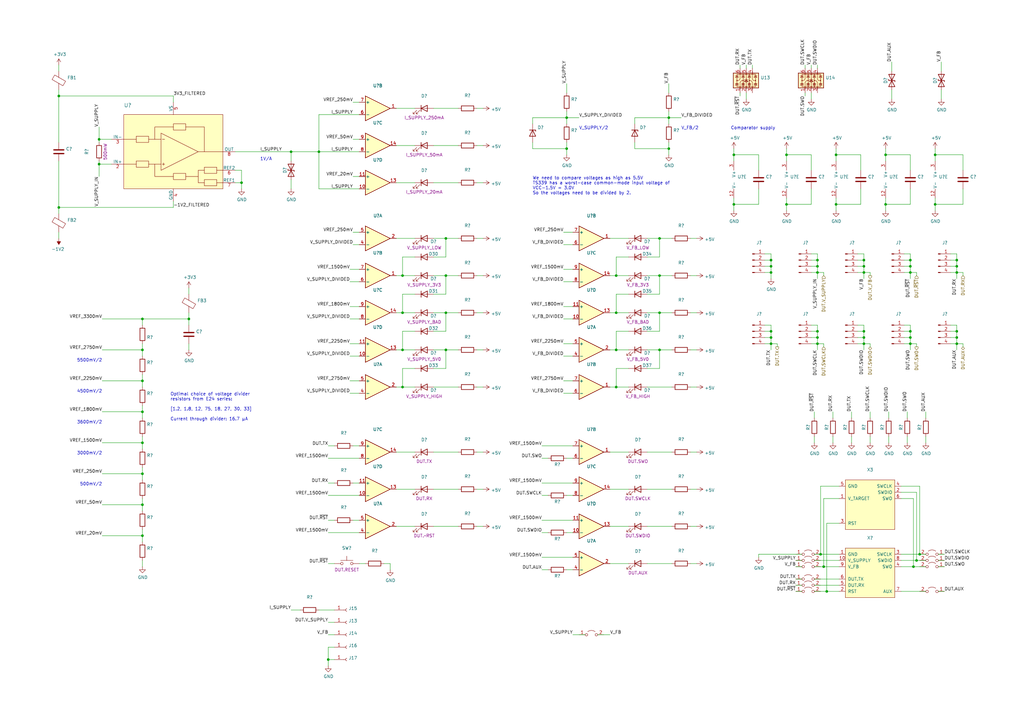
<source format=kicad_sch>
(kicad_sch (version 20211123) (generator eeschema)
  (paper "A3")
  (junction (at 342.9 63.5))
  (junction (at 58.42 130.81))
  (junction (at 274.32 48.26))
  (junction (at 316.23 135.89))
  (junction (at 182.88 113.03))
  (junction (at 373.38 140.97))
  (junction (at 383.54 83.82))
  (junction (at 342.9 83.82))
  (junction (at 40.64 57.15))
  (junction (at 392.43 135.89))
  (junction (at 134.62 270.51))
  (junction (at 58.42 207.01))
  (junction (at 316.23 111.76))
  (junction (at 182.88 143.51))
  (junction (at 392.43 111.76))
  (junction (at 252.73 143.51))
  (junction (at 354.33 138.43))
  (junction (at 335.28 138.43))
  (junction (at 99.06 74.93))
  (junction (at 335.28 109.22))
  (junction (at 374.65 232.41))
  (junction (at 58.42 181.61))
  (junction (at 377.19 227.33))
  (junction (at 354.33 140.97))
  (junction (at 24.13 39.37))
  (junction (at 182.88 128.27))
  (junction (at 392.43 109.22))
  (junction (at 354.33 111.76))
  (junction (at 316.23 140.97))
  (junction (at 58.42 219.71))
  (junction (at 322.58 83.82))
  (junction (at 373.38 138.43))
  (junction (at 58.42 168.91))
  (junction (at 24.13 85.09))
  (junction (at 335.28 106.68))
  (junction (at 270.51 97.79))
  (junction (at 337.82 232.41))
  (junction (at 165.1 158.75))
  (junction (at 363.22 63.5))
  (junction (at 232.41 48.26))
  (junction (at 270.51 128.27))
  (junction (at 392.43 138.43))
  (junction (at 373.38 135.89))
  (junction (at 130.81 62.23))
  (junction (at 354.33 109.22))
  (junction (at 252.73 158.75))
  (junction (at 300.99 83.82))
  (junction (at 40.64 67.31))
  (junction (at 363.22 83.82))
  (junction (at 300.99 63.5))
  (junction (at 165.1 143.51))
  (junction (at 252.73 128.27))
  (junction (at 77.47 130.81))
  (junction (at 252.73 113.03))
  (junction (at 270.51 143.51))
  (junction (at 354.33 106.68))
  (junction (at 335.28 140.97))
  (junction (at 316.23 109.22))
  (junction (at 339.09 242.57))
  (junction (at 270.51 113.03))
  (junction (at 322.58 63.5))
  (junction (at 375.92 229.87))
  (junction (at 58.42 156.21))
  (junction (at 392.43 106.68))
  (junction (at 274.32 60.96))
  (junction (at 165.1 128.27))
  (junction (at 373.38 111.76))
  (junction (at 232.41 60.96))
  (junction (at 354.33 135.89))
  (junction (at 335.28 111.76))
  (junction (at 58.42 143.51))
  (junction (at 182.88 97.79))
  (junction (at 383.54 63.5))
  (junction (at 373.38 106.68))
  (junction (at 316.23 106.68))
  (junction (at 392.43 140.97))
  (junction (at 335.28 135.89))
  (junction (at 58.42 194.31))
  (junction (at 165.1 113.03))
  (junction (at 119.38 62.23))
  (junction (at 336.55 227.33))
  (junction (at 373.38 109.22))
  (junction (at 316.23 138.43))
  (wire (pts (xy 58.42 130.81) (xy 41.91 130.81)))
  (wire (pts (xy 252.73 158.75) (xy 257.81 158.75)))
  (wire (pts (xy 316.23 138.43) (xy 313.69 138.43)))
  (wire (pts (xy 337.82 232.41) (xy 337.82 204.47)))
  (wire (pts (xy 144.78 72.39) (xy 147.32 72.39)))
  (wire (pts (xy 337.82 111.76) (xy 335.28 111.76)))
  (wire (pts (xy 339.09 242.57) (xy 339.09 214.63)))
  (wire (pts (xy 342.9 81.28) (xy 342.9 83.82)))
  (wire (pts (xy 363.22 83.82) (xy 373.38 83.82)))
  (wire (pts (xy 335.28 109.22) (xy 335.28 106.68)))
  (wire (pts (xy 58.42 140.97) (xy 58.42 143.51)))
  (wire (pts (xy 182.88 151.13) (xy 177.8 151.13)))
  (wire (pts (xy 165.1 113.03) (xy 170.18 113.03)))
  (wire (pts (xy 222.25 187.96) (xy 224.79 187.96)))
  (wire (pts (xy 334.01 227.33) (xy 336.55 227.33)))
  (wire (pts (xy 134.62 265.43) (xy 137.16 265.43)))
  (wire (pts (xy 265.43 128.27) (xy 270.51 128.27)))
  (wire (pts (xy 383.54 83.82) (xy 394.97 83.82)))
  (wire (pts (xy 195.58 200.66) (xy 198.12 200.66)))
  (wire (pts (xy 71.12 39.37) (xy 71.12 41.91)))
  (wire (pts (xy 392.43 106.68) (xy 389.89 106.68)))
  (wire (pts (xy 130.81 62.23) (xy 130.81 77.47)))
  (wire (pts (xy 250.19 231.14) (xy 257.81 231.14)))
  (wire (pts (xy 373.38 135.89) (xy 370.84 135.89)))
  (wire (pts (xy 365.76 36.83) (xy 365.76 40.64)))
  (wire (pts (xy 182.88 113.03) (xy 187.96 113.03)))
  (wire (pts (xy 24.13 85.09) (xy 24.13 66.04)))
  (wire (pts (xy 300.99 83.82) (xy 300.99 86.36)))
  (wire (pts (xy 234.95 161.29) (xy 231.14 161.29)))
  (wire (pts (xy 392.43 138.43) (xy 392.43 135.89)))
  (wire (pts (xy 335.28 135.89) (xy 335.28 133.35)))
  (wire (pts (xy 332.74 63.5) (xy 332.74 69.85)))
  (wire (pts (xy 162.56 59.69) (xy 170.18 59.69)))
  (wire (pts (xy 260.35 48.26) (xy 274.32 48.26)))
  (wire (pts (xy 71.12 85.09) (xy 24.13 85.09)))
  (wire (pts (xy 218.44 50.8) (xy 218.44 48.26)))
  (wire (pts (xy 41.91 194.31) (xy 58.42 194.31)))
  (wire (pts (xy 334.01 242.57) (xy 339.09 242.57)))
  (wire (pts (xy 375.92 229.87) (xy 375.92 201.93)))
  (wire (pts (xy 252.73 113.03) (xy 257.81 113.03)))
  (wire (pts (xy 71.12 82.55) (xy 71.12 85.09)))
  (wire (pts (xy 375.92 142.24) (xy 375.92 140.97)))
  (wire (pts (xy 274.32 34.29) (xy 274.32 38.1)))
  (wire (pts (xy 143.51 156.21) (xy 147.32 156.21)))
  (wire (pts (xy 165.1 128.27) (xy 170.18 128.27)))
  (wire (pts (xy 342.9 63.5) (xy 353.06 63.5)))
  (wire (pts (xy 234.95 260.35) (xy 240.03 260.35)))
  (wire (pts (xy 24.13 97.79) (xy 24.13 95.25)))
  (wire (pts (xy 58.42 166.37) (xy 58.42 168.91)))
  (wire (pts (xy 334.01 168.91) (xy 334.01 171.45)))
  (wire (pts (xy 334.01 237.49) (xy 344.17 237.49)))
  (wire (pts (xy 270.51 143.51) (xy 270.51 151.13)))
  (wire (pts (xy 335.28 140.97) (xy 335.28 138.43)))
  (wire (pts (xy 218.44 48.26) (xy 232.41 48.26)))
  (wire (pts (xy 335.28 109.22) (xy 332.74 109.22)))
  (wire (pts (xy 283.21 128.27) (xy 285.75 128.27)))
  (wire (pts (xy 234.95 130.81) (xy 231.14 130.81)))
  (wire (pts (xy 354.33 111.76) (xy 354.33 114.3)))
  (wire (pts (xy 356.87 181.61) (xy 356.87 179.07)))
  (wire (pts (xy 119.38 62.23) (xy 130.81 62.23)))
  (wire (pts (xy 58.42 207.01) (xy 41.91 207.01)))
  (wire (pts (xy 392.43 138.43) (xy 389.89 138.43)))
  (wire (pts (xy 373.38 133.35) (xy 370.84 133.35)))
  (wire (pts (xy 344.17 204.47) (xy 337.82 204.47)))
  (wire (pts (xy 222.25 198.12) (xy 234.95 198.12)))
  (wire (pts (xy 369.57 204.47) (xy 374.65 204.47)))
  (wire (pts (xy 349.25 181.61) (xy 349.25 179.07)))
  (wire (pts (xy 328.93 232.41) (xy 326.39 232.41)))
  (wire (pts (xy 270.51 120.65) (xy 265.43 120.65)))
  (wire (pts (xy 334.01 240.03) (xy 344.17 240.03)))
  (wire (pts (xy 336.55 227.33) (xy 336.55 199.39)))
  (wire (pts (xy 306.07 26.67) (xy 306.07 27.94)))
  (wire (pts (xy 356.87 142.24) (xy 356.87 140.97)))
  (wire (pts (xy 339.09 242.57) (xy 344.17 242.57)))
  (wire (pts (xy 222.25 218.44) (xy 224.79 218.44)))
  (wire (pts (xy 257.81 151.13) (xy 252.73 151.13)))
  (wire (pts (xy 195.58 158.75) (xy 198.12 158.75)))
  (wire (pts (xy 372.11 168.91) (xy 372.11 171.45)))
  (wire (pts (xy 265.43 97.79) (xy 270.51 97.79)))
  (wire (pts (xy 252.73 151.13) (xy 252.73 158.75)))
  (wire (pts (xy 270.51 105.41) (xy 265.43 105.41)))
  (wire (pts (xy 234.95 146.05) (xy 231.14 146.05)))
  (wire (pts (xy 130.81 250.19) (xy 137.16 250.19)))
  (wire (pts (xy 342.9 83.82) (xy 353.06 83.82)))
  (wire (pts (xy 373.38 135.89) (xy 373.38 133.35)))
  (wire (pts (xy 162.56 215.9) (xy 170.18 215.9)))
  (wire (pts (xy 334.01 232.41) (xy 337.82 232.41)))
  (wire (pts (xy 77.47 130.81) (xy 77.47 133.35)))
  (wire (pts (xy 58.42 217.17) (xy 58.42 219.71)))
  (wire (pts (xy 316.23 135.89) (xy 313.69 135.89)))
  (wire (pts (xy 252.73 128.27) (xy 257.81 128.27)))
  (wire (pts (xy 231.14 110.49) (xy 234.95 110.49)))
  (wire (pts (xy 353.06 77.47) (xy 353.06 83.82)))
  (wire (pts (xy 99.06 74.93) (xy 99.06 69.85)))
  (wire (pts (xy 41.91 168.91) (xy 58.42 168.91)))
  (wire (pts (xy 354.33 140.97) (xy 354.33 138.43)))
  (wire (pts (xy 250.19 113.03) (xy 252.73 113.03)))
  (wire (pts (xy 337.82 142.24) (xy 337.82 140.97)))
  (wire (pts (xy 71.12 39.37) (xy 24.13 39.37)))
  (wire (pts (xy 328.93 240.03) (xy 326.39 240.03)))
  (wire (pts (xy 160.02 233.68) (xy 160.02 231.14)))
  (wire (pts (xy 335.28 106.68) (xy 332.74 106.68)))
  (wire (pts (xy 274.32 48.26) (xy 274.32 50.8)))
  (wire (pts (xy 283.21 143.51) (xy 285.75 143.51)))
  (wire (pts (xy 394.97 63.5) (xy 394.97 69.85)))
  (wire (pts (xy 328.93 242.57) (xy 326.39 242.57)))
  (wire (pts (xy 177.8 143.51) (xy 182.88 143.51)))
  (wire (pts (xy 335.28 111.76) (xy 335.28 114.3)))
  (wire (pts (xy 354.33 109.22) (xy 351.79 109.22)))
  (wire (pts (xy 231.14 140.97) (xy 234.95 140.97)))
  (wire (pts (xy 316.23 109.22) (xy 313.69 109.22)))
  (wire (pts (xy 134.62 265.43) (xy 134.62 270.51)))
  (wire (pts (xy 394.97 142.24) (xy 394.97 140.97)))
  (wire (pts (xy 392.43 111.76) (xy 392.43 114.3)))
  (wire (pts (xy 265.43 158.75) (xy 275.59 158.75)))
  (wire (pts (xy 318.77 140.97) (xy 316.23 140.97)))
  (wire (pts (xy 58.42 232.41) (xy 58.42 229.87)))
  (wire (pts (xy 177.8 128.27) (xy 182.88 128.27)))
  (wire (pts (xy 306.07 40.64) (xy 306.07 38.1)))
  (wire (pts (xy 182.88 135.89) (xy 177.8 135.89)))
  (wire (pts (xy 354.33 106.68) (xy 351.79 106.68)))
  (wire (pts (xy 354.33 106.68) (xy 354.33 104.14)))
  (wire (pts (xy 250.19 158.75) (xy 252.73 158.75)))
  (wire (pts (xy 162.56 113.03) (xy 165.1 113.03)))
  (wire (pts (xy 374.65 232.41) (xy 374.65 204.47)))
  (wire (pts (xy 313.69 111.76) (xy 316.23 111.76)))
  (wire (pts (xy 383.54 81.28) (xy 383.54 83.82)))
  (wire (pts (xy 335.28 140.97) (xy 335.28 143.51)))
  (wire (pts (xy 322.58 83.82) (xy 332.74 83.82)))
  (wire (pts (xy 222.25 228.6) (xy 234.95 228.6)))
  (wire (pts (xy 24.13 36.83) (xy 24.13 39.37)))
  (wire (pts (xy 232.41 218.44) (xy 234.95 218.44)))
  (wire (pts (xy 363.22 63.5) (xy 373.38 63.5)))
  (wire (pts (xy 375.92 111.76) (xy 373.38 111.76)))
  (wire (pts (xy 182.88 105.41) (xy 177.8 105.41)))
  (wire (pts (xy 313.69 140.97) (xy 316.23 140.97)))
  (wire (pts (xy 392.43 104.14) (xy 389.89 104.14)))
  (wire (pts (xy 232.41 233.68) (xy 234.95 233.68)))
  (wire (pts (xy 177.8 97.79) (xy 182.88 97.79)))
  (wire (pts (xy 354.33 111.76) (xy 354.33 109.22)))
  (wire (pts (xy 231.14 100.33) (xy 234.95 100.33)))
  (wire (pts (xy 373.38 63.5) (xy 373.38 69.85)))
  (wire (pts (xy 364.49 168.91) (xy 364.49 171.45)))
  (wire (pts (xy 270.51 128.27) (xy 275.59 128.27)))
  (wire (pts (xy 311.15 63.5) (xy 311.15 69.85)))
  (wire (pts (xy 130.81 77.47) (xy 147.32 77.47)))
  (wire (pts (xy 392.43 133.35) (xy 389.89 133.35)))
  (wire (pts (xy 58.42 204.47) (xy 58.42 207.01)))
  (wire (pts (xy 375.92 113.03) (xy 375.92 111.76)))
  (wire (pts (xy 130.81 62.23) (xy 130.81 46.99)))
  (wire (pts (xy 24.13 87.63) (xy 24.13 85.09)))
  (wire (pts (xy 232.41 48.26) (xy 232.41 50.8)))
  (wire (pts (xy 147.32 130.81) (xy 143.51 130.81)))
  (wire (pts (xy 394.97 111.76) (xy 392.43 111.76)))
  (wire (pts (xy 300.99 63.5) (xy 311.15 63.5)))
  (wire (pts (xy 274.32 48.26) (xy 279.4 48.26)))
  (wire (pts (xy 144.78 57.15) (xy 147.32 57.15)))
  (wire (pts (xy 270.51 135.89) (xy 265.43 135.89)))
  (wire (pts (xy 330.2 26.67) (xy 330.2 27.94)))
  (wire (pts (xy 195.58 59.69) (xy 198.12 59.69)))
  (wire (pts (xy 58.42 219.71) (xy 41.91 219.71)))
  (wire (pts (xy 130.81 62.23) (xy 147.32 62.23)))
  (wire (pts (xy 182.88 113.03) (xy 182.88 120.65)))
  (wire (pts (xy 373.38 140.97) (xy 373.38 138.43)))
  (wire (pts (xy 344.17 214.63) (xy 339.09 214.63)))
  (wire (pts (xy 232.41 45.72) (xy 232.41 48.26)))
  (wire (pts (xy 308.61 27.94) (xy 308.61 26.67)))
  (wire (pts (xy 356.87 168.91) (xy 356.87 171.45)))
  (wire (pts (xy 119.38 62.23) (xy 119.38 66.04)))
  (wire (pts (xy 252.73 143.51) (xy 257.81 143.51)))
  (wire (pts (xy 394.97 113.03) (xy 394.97 111.76)))
  (wire (pts (xy 270.51 151.13) (xy 265.43 151.13)))
  (wire (pts (xy 165.1 135.89) (xy 165.1 143.51)))
  (wire (pts (xy 316.23 111.76) (xy 316.23 114.3)))
  (wire (pts (xy 134.62 213.36) (xy 137.16 213.36)))
  (wire (pts (xy 177.8 215.9) (xy 187.96 215.9)))
  (wire (pts (xy 162.56 158.75) (xy 165.1 158.75)))
  (wire (pts (xy 195.58 128.27) (xy 198.12 128.27)))
  (wire (pts (xy 377.19 227.33) (xy 377.19 199.39)))
  (wire (pts (xy 354.33 135.89) (xy 351.79 135.89)))
  (wire (pts (xy 170.18 151.13) (xy 165.1 151.13)))
  (wire (pts (xy 58.42 219.71) (xy 58.42 222.25)))
  (wire (pts (xy 353.06 63.5) (xy 353.06 69.85)))
  (wire (pts (xy 58.42 207.01) (xy 58.42 209.55)))
  (wire (pts (xy 232.41 34.29) (xy 232.41 38.1)))
  (wire (pts (xy 182.88 120.65) (xy 177.8 120.65)))
  (wire (pts (xy 283.21 97.79) (xy 285.75 97.79)))
  (wire (pts (xy 354.33 135.89) (xy 354.33 133.35)))
  (wire (pts (xy 356.87 111.76) (xy 354.33 111.76)))
  (wire (pts (xy 373.38 106.68) (xy 373.38 104.14)))
  (wire (pts (xy 162.56 128.27) (xy 165.1 128.27)))
  (wire (pts (xy 303.53 26.67) (xy 303.53 27.94)))
  (wire (pts (xy 369.57 232.41) (xy 374.65 232.41)))
  (wire (pts (xy 195.58 143.51) (xy 198.12 143.51)))
  (wire (pts (xy 222.25 213.36) (xy 234.95 213.36)))
  (wire (pts (xy 383.54 66.04) (xy 383.54 63.5)))
  (wire (pts (xy 363.22 63.5) (xy 363.22 60.96)))
  (wire (pts (xy 370.84 111.76) (xy 373.38 111.76)))
  (wire (pts (xy 394.97 77.47) (xy 394.97 83.82)))
  (wire (pts (xy 342.9 83.82) (xy 342.9 86.36)))
  (wire (pts (xy 274.32 45.72) (xy 274.32 48.26)))
  (wire (pts (xy 147.32 115.57) (xy 143.51 115.57)))
  (wire (pts (xy 373.38 111.76) (xy 373.38 114.3)))
  (wire (pts (xy 265.43 215.9) (xy 275.59 215.9)))
  (wire (pts (xy 394.97 140.97) (xy 392.43 140.97)))
  (wire (pts (xy 96.52 62.23) (xy 119.38 62.23)))
  (wire (pts (xy 335.28 138.43) (xy 335.28 135.89)))
  (wire (pts (xy 332.74 111.76) (xy 335.28 111.76)))
  (wire (pts (xy 356.87 113.03) (xy 356.87 111.76)))
  (wire (pts (xy 77.47 143.51) (xy 77.47 140.97)))
  (wire (pts (xy 270.51 128.27) (xy 270.51 135.89)))
  (wire (pts (xy 162.56 74.93) (xy 170.18 74.93)))
  (wire (pts (xy 283.21 158.75) (xy 285.75 158.75)))
  (wire (pts (xy 337.82 140.97) (xy 335.28 140.97)))
  (wire (pts (xy 365.76 29.21) (xy 365.76 25.4)))
  (wire (pts (xy 316.23 140.97) (xy 316.23 138.43)))
  (wire (pts (xy 177.8 113.03) (xy 182.88 113.03)))
  (wire (pts (xy 222.25 203.2) (xy 224.79 203.2)))
  (wire (pts (xy 335.28 111.76) (xy 335.28 109.22)))
  (wire (pts (xy 222.25 182.88) (xy 234.95 182.88)))
  (wire (pts (xy 392.43 109.22) (xy 392.43 106.68)))
  (wire (pts (xy 144.78 198.12) (xy 147.32 198.12)))
  (wire (pts (xy 134.62 218.44) (xy 147.32 218.44)))
  (wire (pts (xy 182.88 97.79) (xy 187.96 97.79)))
  (wire (pts (xy 316.23 133.35) (xy 313.69 133.35)))
  (wire (pts (xy 134.62 203.2) (xy 147.32 203.2)))
  (wire (pts (xy 354.33 133.35) (xy 351.79 133.35)))
  (wire (pts (xy 375.92 229.87) (xy 379.73 229.87)))
  (wire (pts (xy 257.81 120.65) (xy 252.73 120.65)))
  (wire (pts (xy 77.47 118.11) (xy 77.47 120.65)))
  (wire (pts (xy 337.82 113.03) (xy 337.82 111.76)))
  (wire (pts (xy 373.38 138.43) (xy 370.84 138.43)))
  (wire (pts (xy 232.41 48.26) (xy 237.49 48.26)))
  (wire (pts (xy 356.87 140.97) (xy 354.33 140.97)))
  (wire (pts (xy 311.15 227.33) (xy 328.93 227.33)))
  (wire (pts (xy 392.43 135.89) (xy 389.89 135.89)))
  (wire (pts (xy 332.74 140.97) (xy 335.28 140.97)))
  (wire (pts (xy 270.51 113.03) (xy 270.51 120.65)))
  (wire (pts (xy 386.08 36.83) (xy 386.08 40.64)))
  (wire (pts (xy 265.43 113.03) (xy 270.51 113.03)))
  (wire (pts (xy 134.62 187.96) (xy 147.32 187.96)))
  (wire (pts (xy 379.73 181.61) (xy 379.73 179.07)))
  (wire (pts (xy 335.28 135.89) (xy 332.74 135.89)))
  (wire (pts (xy 303.53 39.37) (xy 303.53 38.1)))
  (wire (pts (xy 392.43 111.76) (xy 392.43 109.22)))
  (wire (pts (xy 99.06 74.93) (xy 99.06 77.47)))
  (wire (pts (xy 300.99 66.04) (xy 300.99 63.5)))
  (wire (pts (xy 300.99 83.82) (xy 311.15 83.82)))
  (wire (pts (xy 24.13 39.37) (xy 24.13 58.42)))
  (wire (pts (xy 341.63 168.91) (xy 341.63 171.45)))
  (wire (pts (xy 58.42 158.75) (xy 58.42 156.21)))
  (wire (pts (xy 369.57 242.57) (xy 379.73 242.57)))
  (wire (pts (xy 373.38 106.68) (xy 370.84 106.68)))
  (wire (pts (xy 137.16 182.88) (xy 134.62 182.88)))
  (wire (pts (xy 252.73 120.65) (xy 252.73 128.27)))
  (wire (pts (xy 370.84 140.97) (xy 373.38 140.97)))
  (wire (pts (xy 373.38 140.97) (xy 373.38 143.51)))
  (wire (pts (xy 165.1 143.51) (xy 170.18 143.51)))
  (wire (pts (xy 300.99 63.5) (xy 300.99 60.96)))
  (wire (pts (xy 252.73 105.41) (xy 252.73 113.03)))
  (wire (pts (xy 369.57 201.93) (xy 375.92 201.93)))
  (wire (pts (xy 311.15 77.47) (xy 311.15 83.82)))
  (wire (pts (xy 335.28 104.14) (xy 332.74 104.14)))
  (wire (pts (xy 162.56 185.42) (xy 170.18 185.42)))
  (wire (pts (xy 144.78 95.25) (xy 147.32 95.25)))
  (wire (pts (xy 334.01 229.87) (xy 344.17 229.87)))
  (wire (pts (xy 162.56 200.66) (xy 170.18 200.66)))
  (wire (pts (xy 177.8 74.93) (xy 187.96 74.93)))
  (wire (pts (xy 328.93 229.87) (xy 326.39 229.87)))
  (wire (pts (xy 383.54 63.5) (xy 383.54 60.96)))
  (wire (pts (xy 250.19 200.66) (xy 257.81 200.66)))
  (wire (pts (xy 58.42 179.07) (xy 58.42 181.61)))
  (wire (pts (xy 260.35 50.8) (xy 260.35 48.26)))
  (wire (pts (xy 332.74 40.64) (xy 332.74 38.1)))
  (wire (pts (xy 372.11 181.61) (xy 372.11 179.07)))
  (wire (pts (xy 147.32 231.14) (xy 149.86 231.14)))
  (wire (pts (xy 130.81 46.99) (xy 147.32 46.99)))
  (wire (pts (xy 322.58 63.5) (xy 322.58 60.96)))
  (wire (pts (xy 170.18 105.41) (xy 165.1 105.41)))
  (wire (pts (xy 58.42 153.67) (xy 58.42 156.21)))
  (wire (pts (xy 265.43 143.51) (xy 270.51 143.51)))
  (wire (pts (xy 384.81 242.57) (xy 387.35 242.57)))
  (wire (pts (xy 373.38 138.43) (xy 373.38 135.89)))
  (wire (pts (xy 270.51 143.51) (xy 275.59 143.51)))
  (wire (pts (xy 351.79 111.76) (xy 354.33 111.76)))
  (wire (pts (xy 222.25 233.68) (xy 224.79 233.68)))
  (wire (pts (xy 322.58 63.5) (xy 332.74 63.5)))
  (wire (pts (xy 58.42 181.61) (xy 41.91 181.61)))
  (wire (pts (xy 245.11 260.35) (xy 250.19 260.35)))
  (wire (pts (xy 274.32 58.42) (xy 274.32 60.96)))
  (wire (pts (xy 384.81 232.41) (xy 387.35 232.41)))
  (wire (pts (xy 143.51 125.73) (xy 147.32 125.73)))
  (wire (pts (xy 354.33 104.14) (xy 351.79 104.14)))
  (wire (pts (xy 265.43 185.42) (xy 275.59 185.42)))
  (wire (pts (xy 392.43 135.89) (xy 392.43 133.35)))
  (wire (pts (xy 40.64 67.31) (xy 40.64 72.39)))
  (wire (pts (xy 177.8 44.45) (xy 187.96 44.45)))
  (wire (pts (xy 389.89 140.97) (xy 392.43 140.97)))
  (wire (pts (xy 300.99 81.28) (xy 300.99 83.82)))
  (wire (pts (xy 58.42 171.45) (xy 58.42 168.91)))
  (wire (pts (xy 250.19 143.51) (xy 252.73 143.51)))
  (wire (pts (xy 392.43 106.68) (xy 392.43 104.14)))
  (wire (pts (xy 330.2 38.1) (xy 330.2 39.37)))
  (wire (pts (xy 335.28 27.94) (xy 335.28 26.67)))
  (wire (pts (xy 373.38 77.47) (xy 373.38 83.82)))
  (wire (pts (xy 322.58 66.04) (xy 322.58 63.5)))
  (wire (pts (xy 177.8 185.42) (xy 187.96 185.42)))
  (wire (pts (xy 170.18 120.65) (xy 165.1 120.65)))
  (wire (pts (xy 182.88 128.27) (xy 182.88 135.89)))
  (wire (pts (xy 77.47 130.81) (xy 77.47 128.27)))
  (wire (pts (xy 182.88 143.51) (xy 182.88 151.13)))
  (wire (pts (xy 144.78 41.91) (xy 147.32 41.91)))
  (wire (pts (xy 232.41 203.2) (xy 234.95 203.2)))
  (wire (pts (xy 143.51 110.49) (xy 147.32 110.49)))
  (wire (pts (xy 383.54 63.5) (xy 394.97 63.5)))
  (wire (pts (xy 250.19 215.9) (xy 257.81 215.9)))
  (wire (pts (xy 316.23 104.14) (xy 313.69 104.14)))
  (wire (pts (xy 389.89 111.76) (xy 392.43 111.76)))
  (wire (pts (xy 341.63 181.61) (xy 341.63 179.07)))
  (wire (pts (xy 58.42 194.31) (xy 58.42 196.85)))
  (wire (pts (xy 260.35 60.96) (xy 274.32 60.96)))
  (wire (pts (xy 170.18 135.89) (xy 165.1 135.89)))
  (wire (pts (xy 354.33 109.22) (xy 354.33 106.68)))
  (wire (pts (xy 377.19 227.33) (xy 379.73 227.33)))
  (wire (pts (xy 373.38 109.22) (xy 370.84 109.22)))
  (wire (pts (xy 165.1 151.13) (xy 165.1 158.75)))
  (wire (pts (xy 40.64 52.07) (xy 40.64 57.15)))
  (wire (pts (xy 165.1 120.65) (xy 165.1 128.27)))
  (wire (pts (xy 363.22 81.28) (xy 363.22 83.82)))
  (wire (pts (xy 58.42 191.77) (xy 58.42 194.31)))
  (wire (pts (xy 334.01 181.61) (xy 334.01 179.07)))
  (wire (pts (xy 384.81 227.33) (xy 387.35 227.33)))
  (wire (pts (xy 283.21 231.14) (xy 285.75 231.14)))
  (wire (pts (xy 24.13 26.67) (xy 24.13 29.21)))
  (wire (pts (xy 335.28 106.68) (xy 335.28 104.14)))
  (wire (pts (xy 119.38 250.19) (xy 123.19 250.19)))
  (wire (pts (xy 283.21 215.9) (xy 285.75 215.9)))
  (wire (pts (xy 182.88 128.27) (xy 187.96 128.27)))
  (wire (pts (xy 316.23 138.43) (xy 316.23 135.89)))
  (wire (pts (xy 177.8 59.69) (xy 187.96 59.69)))
  (wire (pts (xy 335.28 133.35) (xy 332.74 133.35)))
  (wire (pts (xy 257.81 105.41) (xy 252.73 105.41)))
  (wire (pts (xy 316.23 106.68) (xy 316.23 104.14)))
  (wire (pts (xy 250.19 185.42) (xy 257.81 185.42)))
  (wire (pts (xy 232.41 63.5) (xy 232.41 60.96)))
  (wire (pts (xy 165.1 158.75) (xy 170.18 158.75)))
  (wire (pts (xy 260.35 58.42) (xy 260.35 60.96)))
  (wire (pts (xy 162.56 143.51) (xy 165.1 143.51)))
  (wire (pts (xy 274.32 63.5) (xy 274.32 60.96)))
  (wire (pts (xy 195.58 44.45) (xy 198.12 44.45)))
  (wire (pts (xy 265.43 200.66) (xy 275.59 200.66)))
  (wire (pts (xy 316.23 106.68) (xy 313.69 106.68)))
  (wire (pts (xy 336.55 227.33) (xy 344.17 227.33)))
  (wire (pts (xy 265.43 231.14) (xy 275.59 231.14)))
  (wire (pts (xy 337.82 232.41) (xy 344.17 232.41)))
  (wire (pts (xy 328.93 237.49) (xy 326.39 237.49)))
  (wire (pts (xy 392.43 140.97) (xy 392.43 143.51)))
  (wire (pts (xy 40.64 67.31) (xy 45.72 67.31)))
  (wire (pts (xy 354.33 138.43) (xy 351.79 138.43)))
  (wire (pts (xy 363.22 66.04) (xy 363.22 63.5)))
  (wire (pts (xy 134.62 270.51) (xy 137.16 270.51)))
  (wire (pts (xy 182.88 97.79) (xy 182.88 105.41)))
  (wire (pts (xy 195.58 215.9) (xy 198.12 215.9)))
  (wire (pts (xy 283.21 200.66) (xy 285.75 200.66)))
  (wire (pts (xy 364.49 181.61) (xy 364.49 179.07)))
  (wire (pts (xy 99.06 69.85) (xy 96.52 69.85)))
  (wire (pts (xy 231.14 156.21) (xy 234.95 156.21)))
  (wire (pts (xy 283.21 185.42) (xy 285.75 185.42)))
  (wire (pts (xy 354.33 140.97) (xy 354.33 143.51)))
  (wire (pts (xy 40.64 58.42) (xy 40.64 57.15)))
  (wire (pts (xy 270.51 113.03) (xy 275.59 113.03)))
  (wire (pts (xy 369.57 229.87) (xy 375.92 229.87)))
  (wire (pts (xy 58.42 146.05) (xy 58.42 143.51)))
  (wire (pts (xy 134.62 270.51) (xy 134.62 273.05)))
  (wire (pts (xy 374.65 232.41) (xy 379.73 232.41)))
  (wire (pts (xy 392.43 109.22) (xy 389.89 109.22)))
  (wire (pts (xy 162.56 44.45) (xy 170.18 44.45)))
  (wire (pts (xy 58.42 181.61) (xy 58.42 184.15)))
  (wire (pts (xy 177.8 200.66) (xy 187.96 200.66)))
  (wire (pts (xy 195.58 74.93) (xy 198.12 74.93)))
  (wire (pts (xy 58.42 130.81) (xy 58.42 133.35)))
  (wire (pts (xy 144.78 182.88) (xy 147.32 182.88)))
  (wire (pts (xy 316.23 135.89) (xy 316.23 133.35)))
  (wire (pts (xy 270.51 97.79) (xy 270.51 105.41)))
  (wire (pts (xy 375.92 140.97) (xy 373.38 140.97)))
  (wire (pts (xy 162.56 97.79) (xy 170.18 97.79)))
  (wire (pts (xy 373.38 104.14) (xy 370.84 104.14)))
  (wire (pts (xy 137.16 260.35) (xy 134.62 260.35)))
  (wire (pts (xy 354.33 138.43) (xy 354.33 135.89)))
  (wire (pts (xy 250.19 128.27) (xy 252.73 128.27)))
  (wire (pts (xy 143.51 140.97) (xy 147.32 140.97)))
  (wire (pts (xy 157.48 231.14) (xy 160.02 231.14)))
  (wire (pts (xy 147.32 146.05) (xy 143.51 146.05)))
  (wire (pts (xy 58.42 130.81) (xy 77.47 130.81)))
  (wire (pts (xy 41.91 156.21) (xy 58.42 156.21)))
  (wire (pts (xy 96.52 74.93) (xy 99.06 74.93)))
  (wire (pts (xy 257.81 135.89) (xy 252.73 135.89)))
  (wire (pts (xy 363.22 83.82) (xy 363.22 86.36)))
  (wire (pts (xy 322.58 81.28) (xy 322.58 83.82)))
  (wire (pts (xy 195.58 97.79) (xy 198.12 97.79)))
  (wire (pts (xy 165.1 105.41) (xy 165.1 113.03)))
  (wire (pts (xy 349.25 168.91) (xy 349.25 171.45)))
  (wire (pts (xy 232.41 58.42) (xy 232.41 60.96)))
  (wire (pts (xy 311.15 228.6) (xy 311.15 227.33)))
  (wire (pts (xy 234.95 115.57) (xy 231.14 115.57)))
  (wire (pts (xy 231.14 125.73) (xy 234.95 125.73)))
  (wire (pts (xy 386.08 25.4) (xy 386.08 29.21)))
  (wire (pts (xy 41.91 143.51) (xy 58.42 143.51)))
  (wire (pts (xy 373.38 109.22) (xy 373.38 106.68)))
  (wire (pts (xy 316.23 111.76) (xy 316.23 109.22)))
  (wire (pts (xy 373.38 111.76) (xy 373.38 109.22)))
  (wire (pts (xy 369.57 227.33) (xy 377.19 227.33)))
  (wire (pts (xy 335.28 138.43) (xy 332.74 138.43)))
  (wire (pts (xy 40.64 57.15) (xy 45.72 57.15)))
  (wire (pts (xy 134.62 231.14) (xy 137.16 231.14)))
  (wire (pts (xy 318.77 142.24) (xy 318.77 140.97)))
  (wire (pts (xy 232.41 187.96) (xy 234.95 187.96)))
  (wire (pts (xy 369.57 199.39) (xy 377.19 199.39)))
  (wire (pts (xy 342.9 63.5) (xy 342.9 60.96)))
  (wire (pts (xy 336.55 199.39) (xy 344.17 199.39)))
  (wire (pts (xy 322.58 83.82) (xy 322.58 86.36)))
  (wire (pts (xy 195.58 113.03) (xy 198.12 113.03)))
  (wire (pts (xy 316.23 140.97) (xy 316.23 143.51)))
  (wire (pts (xy 144.78 213.36) (xy 147.32 213.36)))
  (wire (pts (xy 218.44 58.42) (xy 218.44 60.96)))
  (wire (pts (xy 137.16 255.27) (xy 134.62 255.27)))
  (wire (pts (xy 384.81 229.87) (xy 387.35 229.87)))
  (wire (pts (xy 392.43 140.97) (xy 392.43 138.43)))
  (wire (pts (xy 250.19 97.79) (xy 257.81 97.79)))
  (wire (pts (xy 134.62 198.12) (xy 137.16 198.12)))
  (wire (pts (xy 177.8 158.75) (xy 187.96 158.75)))
  (wire (pts (xy 270.51 97.79) (xy 275.59 97.79)))
  (wire (pts (xy 316.23 109.22) (xy 316.23 106.68)))
  (wire (pts (xy 283.21 113.03) (xy 285.75 113.03)))
  (wire (pts (xy 40.64 66.04) (xy 40.64 67.31)))
  (wire (pts (xy 342.9 66.04) (xy 342.9 63.5)))
  (wire (pts (xy 144.78 100.33) (xy 147.32 100.33)))
  (wire (pts (xy 231.14 95.25) (xy 234.95 95.25)))
  (wire (pts (xy 383.54 83.82) (xy 383.54 86.36)))
  (wire (pts (xy 182.88 143.51) (xy 187.96 143.51)))
  (wire (pts (xy 195.58 185.42) (xy 198.12 185.42)))
  (wire (pts (xy 332.74 77.47) (xy 332.74 83.82)))
  (wire (pts (xy 379.73 168.91) (xy 379.73 171.45)))
  (wire (pts (xy 351.79 140.97) (xy 354.33 140.97)))
  (wire (pts (xy 332.74 27.94) (xy 332.74 26.67)))
  (wire (pts (xy 119.38 73.66) (xy 119.38 77.47)))
  (wire (pts (xy 147.32 161.29) (xy 143.51 161.29)))
  (wire (pts (xy 252.73 135.89) (xy 252.73 143.51)))
  (wire (pts (xy 218.44 60.96) (xy 232.41 60.96)))
  (text "Optimal choice of voltage divider\nresistors from E24 series:\n\n[1.2, 1.8, 12, 75, 18, 27, 30, 33]\n\nCurrent through divider: 16.7 µA" (at 69.85 172.72 0) (effects (font (size 1.27 1.27)) (justify left bottom)))
  (text "4500mV/2" (at 41.91 161.29 180) (effects (font (size 1.27 1.27)) (justify right bottom)))
  (text "5500mV/2" (at 41.91 148.59 180) (effects (font (size 1.27 1.27)) (justify right bottom)))
  (text "V_FB/2" (at 279.4 53.34 0) (effects (font (size 1.27 1.27)) (justify left bottom)))
  (text "3600mV/2" (at 41.91 173.99 180) (effects (font (size 1.27 1.27)) (justify right bottom)))
  (text "1V/A" (at 106.68 66.04 0) (effects (font (size 1.27 1.27)) (justify left bottom)))
  (text "Comparator supply" (at 299.72 53.34 0) (effects (font (size 1.27 1.27)) (justify left bottom)))
  (text "3000mV/2" (at 41.91 186.69 180) (effects (font (size 1.27 1.27)) (justify right bottom)))
  (text "We need to compare voltages as high as 5.5V\nTS339 has a worst-case common-mode input voltage of\nVCC-1.5V = 3.0V\nSo the voltages need to be divided by 2." (at 218.44 80.01 0) (effects (font (size 1.27 1.27)) (justify left bottom)))
  (text "V_SUPPLY/2" (at 237.49 53.34 0) (effects (font (size 1.27 1.27)) (justify left bottom)))
  (text "500mV/2" (at 41.91 199.39 180) (effects (font (size 1.27 1.27)) (justify right bottom)))
  (label "DUT.SWCLK" (at 356.87 168.91 90))
  (label "VREF_250mV" (at 144.78 41.91 180))
  (label "V_SUPPLY_DIVIDED" (at 143.51 146.05 180))
  (label "V_FB" (at 306.07 26.67 90))
  (label "DUT.~{RST}" (at 134.62 231.14 180))
  (label "DUT.AUX" (at 379.73 168.91 90))
  (label "VREF_1500mV" (at 134.62 218.44 180))
  (label "VREF_1800mV" (at 143.51 125.73 180))
  (label "DUT.SWDIO" (at 222.25 218.44 180))
  (label "DUT.AUX" (at 222.25 233.68 180))
  (label "VREF_2750mV" (at 231.14 156.21 180))
  (label "V_SUPPLY_IN" (at 40.64 72.39 270))
  (label "DUT.RX" (at 303.53 26.67 90))
  (label "VREF_20mV" (at 41.91 219.71 180))
  (label "V_FB_DIVIDED" (at 231.14 130.81 180))
  (label "DUT.SWCLK" (at 330.2 26.67 90))
  (label "VREF_1800mV" (at 231.14 125.73 180))
  (label "V_FB" (at 332.74 26.67 90))
  (label "I_SUPPLY" (at 144.78 46.99 180))
  (label "DUT.SWO" (at 372.11 168.91 90))
  (label "DUT.SWCLK" (at 335.28 143.51 270))
  (label "VREF_50mV" (at 41.91 207.01 180))
  (label "DUT.TX" (at 316.23 143.51 270))
  (label "VREF_1500mV" (at 222.25 198.12 180))
  (label "V_SUPPLY_IN" (at 335.28 114.3 270))
  (label "VREF_3300mV" (at 41.91 130.81 180))
  (label "V_SUPPLY_DIVIDED" (at 144.78 100.33 180))
  (label "DUT.SWCLK" (at 222.25 203.2 180))
  (label "V_FB" (at 354.33 114.3 270))
  (label "V_FB_DIVIDED" (at 231.14 161.29 180))
  (label "V_FB" (at 274.32 34.29 90))
  (label "DUT.SWO" (at 330.2 39.37 270))
  (label "DUT.TX" (at 308.61 26.67 90))
  (label "V_SUPPLY_DIVIDED" (at 143.51 161.29 180))
  (label "DUT.~{RST}" (at 326.39 242.57 180))
  (label "V_SUPPLY" (at 234.95 260.35 180))
  (label "DUT.V_SUPPLY" (at 134.62 255.27 180))
  (label "I_SUPPLY" (at 144.78 62.23 180))
  (label "VREF_250mV" (at 231.14 95.25 180))
  (label "DUT.~{RST}" (at 303.53 39.37 270))
  (label "DUT.RX" (at 341.63 168.91 90))
  (label "DUT.SWDIO" (at 364.49 168.91 90))
  (label "VREF_1500mV" (at 143.51 110.49 180))
  (label "V_FB" (at 134.62 260.35 180))
  (label "DUT.TX" (at 326.39 237.49 180))
  (label "VREF_1500mV" (at 222.25 228.6 180))
  (label "V_SUPPLY" (at 40.64 52.07 90))
  (label "DUT.RX" (at 134.62 198.12 180))
  (label "DUT.RX" (at 392.43 114.3 270))
  (label "VREF_1800mV" (at 41.91 168.91 180))
  (label "I_SUPPLY" (at 144.78 77.47 180))
  (label "VREF_2750mV" (at 143.51 156.21 180))
  (label "3V3_FILTERED" (at 71.12 39.37 0))
  (label "-1V2_FILTERED" (at 71.12 85.09 0))
  (label "VREF_2250mV" (at 143.51 140.97 180))
  (label "V_SUPPLY_DIVIDED" (at 143.51 130.81 180))
  (label "DUT.~{RST}" (at 334.01 168.91 90))
  (label "V_SUPPLY" (at 232.41 34.29 90))
  (label "VREF_2750mV" (at 41.91 143.51 180))
  (label "VREF_2250mV" (at 231.14 140.97 180))
  (label "V_FB_DIVIDED" (at 279.4 48.26 0))
  (label "V_SUPPLY" (at 326.39 229.87 180))
  (label "DUT.AUX" (at 387.35 242.57 0))
  (label "DUT.SWDIO" (at 387.35 229.87 0))
  (label "VREF_50mV" (at 144.78 57.15 180))
  (label "DUT.TX" (at 349.25 168.91 90))
  (label "DUT.SWCLK" (at 387.35 227.33 0))
  (label "VREF_250mV" (at 41.91 194.31 180))
  (label "I_SUPPLY" (at 119.38 250.19 180))
  (label "I_SUPPLY" (at 106.68 62.23 0))
  (label "VREF_1500mV" (at 134.62 203.2 180))
  (label "V_FB_DIVIDED" (at 231.14 115.57 180))
  (label "VREF_1500mV" (at 231.14 110.49 180))
  (label "DUT.SWDIO" (at 335.28 26.67 90))
  (label "VREF_1500mV" (at 222.25 213.36 180))
  (label "DUT.~{RST}" (at 373.38 114.3 270))
  (label "DUT.SWO" (at 387.35 232.41 0))
  (label "V_FB" (at 326.39 232.41 180))
  (label "V_FB" (at 386.08 25.4 90))
  (label "V_FB" (at 250.19 260.35 0))
  (label "V_FB_DIVIDED" (at 231.14 100.33 180))
  (label "VREF_250mV" (at 144.78 95.25 180))
  (label "DUT.AUX" (at 365.76 25.4 90))
  (label "VREF_1500mV" (at 134.62 187.96 180))
  (label "VREF_20mV" (at 144.78 72.39 180))
  (label "DUT.SWDIO" (at 354.33 143.51 270))
  (label "DUT.~{RST}" (at 134.62 213.36 180))
  (label "DUT.AUX" (at 392.43 143.51 270))
  (label "DUT.SWO" (at 373.38 143.51 270))
  (label "V_SUPPLY_DIVIDED" (at 237.49 48.26 0))
  (label "DUT.RX" (at 326.39 240.03 180))
  (label "DUT.TX" (at 134.62 182.88 180))
  (label "VREF_1500mV" (at 222.25 182.88 180))
  (label "DUT.SWO" (at 222.25 187.96 180))
  (label "V_FB_DIVIDED" (at 231.14 146.05 180))
  (label "VREF_2250mV" (at 41.91 156.21 180))
  (label "V_SUPPLY_DIVIDED" (at 143.51 115.57 180))
  (label "VREF_1500mV" (at 41.91 181.61 180))
  (hierarchical_label "DUT.SWO" (shape output) (at 375.92 142.24 270))
  (hierarchical_label "DUT.RX" (shape input) (at 394.97 113.03 270))
  (hierarchical_label "DUT.AUX" (shape bidirectional) (at 394.97 142.24 270))
  (hierarchical_label "DUT.~{RST}" (shape input) (at 375.92 113.03 270))
  (hierarchical_label "DUT.V_FB" (shape output) (at 356.87 113.03 270))
  (hierarchical_label "DUT.SWDIO" (shape bidirectional) (at 356.87 142.24 270))
  (hierarchical_label "DUT.V_SUPPLY" (shape input) (at 337.82 113.03 270))
  (hierarchical_label "DUT.TX" (shape output) (at 318.77 142.24 270))
  (hierarchical_label "DUT.SWCLK" (shape input) (at 337.82 142.24 270))
  (symbol (lib_id "Diode:1N4148WS") (at 173.99 105.41 0) (unit 1)
    (property "Reference" "D30" (at 177.8 104.14 0))
    (property "Datasheet" "https://www.vishay.com/docs/85751/1n4148ws.pdf" (effects hide))
    (property "MPN" "generic 1N4148WS" (effects hide))
  )
  (symbol (lib_id "Diode:1N4148WS") (at 173.99 120.65 0) (unit 1)
    (property "Reference" "D31" (at 177.8 119.38 0))
    (property "Datasheet" "https://www.vishay.com/docs/85751/1n4148ws.pdf" (effects hide))
    (property "MPN" "generic 1N4148WS" (effects hide))
  )
  (symbol (lib_id "Diode:1N4148WS") (at 173.99 135.89 0) (unit 1)
    (property "Reference" "D32" (at 177.8 134.62 0))
    (property "Datasheet" "https://www.vishay.com/docs/85751/1n4148ws.pdf" (effects hide))
    (property "MPN" "generic 1N4148WS" (effects hide))
  )
  (symbol (lib_id "Diode:1N4148WS") (at 173.99 151.13 0) (unit 1)
    (property "Reference" "D33" (at 177.8 149.86 0))
    (property "Datasheet" "https://www.vishay.com/docs/85751/1n4148ws.pdf" (effects hide))
    (property "MPN" "generic 1N4148WS" (effects hide))
  )
  (symbol (lib_id "Diode:1N4148WS") (at 261.62 151.13 0) (unit 1)
    (property "Reference" "D37" (at 265.43 149.86 0))
    (property "Datasheet" "https://www.vishay.com/docs/85751/1n4148ws.pdf" (effects hide))
    (property "MPN" "generic 1N4148WS" (effects hide))
  )
  (symbol (lib_id "Diode:1N4148WS") (at 261.62 135.89 0) (unit 1)
    (property "Reference" "D36" (at 265.43 134.62 0))
    (property "Datasheet" "https://www.vishay.com/docs/85751/1n4148ws.pdf" (effects hide))
    (property "MPN" "generic 1N4148WS" (effects hide))
  )
  (symbol (lib_id "Diode:1N4148WS") (at 261.62 120.65 0) (unit 1)
    (property "Reference" "D35" (at 265.43 119.38 0))
    (property "Datasheet" "https://www.vishay.com/docs/85751/1n4148ws.pdf" (effects hide))
    (property "MPN" "generic 1N4148WS" (effects hide))
  )
  (symbol (lib_id "Diode:1N4148WS") (at 261.62 105.41 0) (unit 1)
    (property "Reference" "D34" (at 265.43 104.14 0))
    (property "Datasheet" "https://www.vishay.com/docs/85751/1n4148ws.pdf" (effects hide))
    (property "MPN" "generic 1N4148WS" (effects hide))
  )
  (symbol (lib_id "sft:TC2030-ARM-SWD") (at 356.87 207.01 0) (unit 1)
    (property "Reference" "X3" (at 356.87 192.659 0))
    (property "MPN" "BoomPrecision C11214" (effects hide))
  )
  (symbol (lib_id "Connector:Conn_01x01_Female") (at 142.24 255.27 0) (unit 1)
    (property "Reference" "J13" (at 142.9512 254.6096 0) (effects (justify left)))
    (property "MPN" "generic 4mm-banana-jack" (effects hide))
  )
  (symbol (lib_id "Connector:Conn_01x01_Female") (at 142.24 260.35 0) (unit 1)
    (property "Reference" "J14" (at 142.9512 259.6896 0) (effects (justify left)))
    (property "MPN" "generic 4mm-banana-jack" (effects hide))
  )
  (symbol (lib_id "Connector:Conn_01x01_Female") (at 142.24 250.19 0) (unit 1)
    (property "Reference" "J15" (at 142.9512 249.5296 0) (effects (justify left)))
    (property "MPN" "generic 4mm-banana-jack" (effects hide))
  )
  (symbol (lib_id "Connector:Conn_01x01_Female") (at 142.24 265.43 0) (unit 1)
    (property "Reference" "J16" (at 142.9512 264.7696 0) (effects (justify left)))
    (property "MPN" "generic 4mm-banana-jack" (effects hide))
  )
  (symbol (lib_id "Device:FerriteBead") (at 77.47 124.46 0) (unit 1)
    (property "Reference" "FB3" (at 80.9498 123.2916 0) (effects (justify left)))
    (property "MPN" "muRata BLM18KG300TN1" (effects hide))
  )
  (symbol (lib_id "power:GND") (at 134.62 273.05 0) (unit 1)
    (property "Reference" "#PWR?" (effects hide))
  )
  (symbol (lib_id "Connector:Conn_01x01_Female") (at 142.24 270.51 0) (unit 1)
    (property "Reference" "J17" (at 142.9512 269.8496 0) (effects (justify left)))
    (property "MPN" "generic 4mm-banana-jack" (effects hide))
  )
  (symbol (lib_id "Device:R") (at 58.42 137.16 0) (mirror x) (unit 1)
    (property "Reference" "R?" (at 60.198 138.3284 0) (effects (justify left)))
    (property "MPN" "generic R%f %v %r" (effects hide))
  )
  (symbol (lib_id "power:+3V3") (at 77.47 118.11 0) (unit 1)
    (property "Reference" "#PWR0192" (effects hide))
  )
  (symbol (lib_id "power:+3V3") (at 24.13 26.67 0) (unit 1)
    (property "Reference" "#PWR0193" (effects hide))
  )
  (symbol (lib_id "sft:USBLC6-4SC6") (at 306.07 33.02 0) (unit 1)
    (property "Reference" "U13" (at 311.912 31.8516 0) (effects (justify left)))
    (property "Datasheet" "http://www.st.com/resource/en/datasheet/usblc6-4.pdf" (effects hide))
    (property "MPN" "ST USBLC6-4SC6" (effects hide))
  )
  (symbol (lib_id "sft:USBLC6-4SC6") (at 332.74 33.02 0) (unit 1)
    (property "Reference" "U14" (at 338.582 31.8516 0) (effects (justify left)))
    (property "Datasheet" "http://www.st.com/resource/en/datasheet/usblc6-4.pdf" (effects hide))
    (property "MPN" "ST USBLC6-4SC6" (effects hide))
  )
  (symbol (lib_id "Device:R") (at 58.42 213.36 0) (unit 1)
    (property "Reference" "R?" (at 60.198 212.1916 0) (effects (justify left)))
    (property "MPN" "generic R%f %v %r" (effects hide))
  )
  (symbol (lib_id "Device:R") (at 58.42 226.06 0) (unit 1)
    (property "Reference" "R?" (at 60.198 224.8916 0) (effects (justify left)))
    (property "MPN" "generic R%f %v %r" (effects hide))
  )
  (symbol (lib_id "Device:LED") (at 173.99 74.93 0) (unit 1)
    (property "Reference" "D?" (at 173.99 69.85 0))
    (property "Description" "I_SUPPLY_20mA" (at 173.99 78.74 0))
    (property "MPN" "Wuerth 150080GS75000" (effects hide))
  )
  (symbol (lib_id "Device:LED") (at 173.99 59.69 0) (unit 1)
    (property "Reference" "D?" (at 173.99 54.61 0))
    (property "Description" "I_SUPPLY_50mA" (at 173.99 63.5 0))
    (property "MPN" "Wuerth 150080YS75000" (effects hide))
  )
  (symbol (lib_id "Device:LED") (at 173.99 44.45 0) (unit 1)
    (property "Reference" "D?" (at 173.99 39.37 0))
    (property "Description" "I_SUPPLY_250mA" (at 173.99 48.26 0))
    (property "MPN" "Wuerth 150080RS75000" (effects hide))
  )
  (symbol (lib_id "Jumper:Jumper_2_Open") (at 242.57 260.35 0) (unit 1)
    (property "Reference" "JP?" (effects hide))
    (property "MPN" "generic header-2.54mm" (effects hide))
  )
  (symbol (lib_id "Device:R") (at 191.77 74.93 270) (unit 1)
    (property "Reference" "R?" (at 191.77 69.6722 90))
    (property "MPN" "generic R%f %v %r" (effects hide))
  )
  (symbol (lib_id "Device:R") (at 191.77 59.69 270) (unit 1)
    (property "Reference" "R?" (at 191.77 54.4322 90))
    (property "MPN" "generic R%f %v %r" (effects hide))
  )
  (symbol (lib_id "Device:R") (at 191.77 44.45 270) (unit 1)
    (property "Reference" "R?" (at 191.77 39.1922 90))
    (property "MPN" "generic R%f %v %r" (effects hide))
  )
  (symbol (lib_id "power:+5V") (at 198.12 44.45 270) (unit 1)
    (property "Reference" "#PWR?" (effects hide))
  )
  (symbol (lib_id "power:+5V") (at 198.12 59.69 270) (unit 1)
    (property "Reference" "#PWR?" (effects hide))
  )
  (symbol (lib_id "power:+5V") (at 198.12 74.93 270) (unit 1)
    (property "Reference" "#PWR?" (effects hide))
  )
  (symbol (lib_id "Device:R") (at 127 250.19 270) (unit 1)
    (property "Reference" "R?" (at 127 244.9322 90))
    (property "MPN" "generic R%f %v %r" (effects hide))
  )
  (symbol (lib_id "power:GND") (at 119.38 77.47 0) (unit 1)
    (property "Reference" "#PWR?" (effects hide))
  )
  (symbol (lib_id "Device:D_TVS") (at 119.38 69.85 270) (unit 1)
    (property "Reference" "D?" (at 116.84 69.85 0))
    (property "MPN" "BORN 0603ESDA-24N" (effects hide))
  )
  (symbol (lib_id "sft:SFT_DEBUG_CONNECTOR-Debugger") (at 356.87 234.95 0) (unit 1)
    (property "Reference" "X?" (at 356.87 220.599 0))
    (property "MPN" "Harting 09185106324" (effects hide))
  )
  (symbol (lib_id "Jumper:Jumper_2_Open") (at 382.27 242.57 0) (mirror y) (unit 1)
    (property "Reference" "JP?" (effects hide))
    (property "MPN" "generic header-2.54mm" (effects hide))
  )
  (symbol (lib_id "Jumper:Jumper_2_Open") (at 382.27 232.41 0) (mirror y) (unit 1)
    (property "Reference" "JP?" (effects hide))
    (property "MPN" "generic header-2.54mm" (effects hide))
  )
  (symbol (lib_id "Jumper:Jumper_2_Open") (at 382.27 229.87 0) (mirror y) (unit 1)
    (property "Reference" "JP?" (effects hide))
    (property "MPN" "generic header-2.54mm" (effects hide))
  )
  (symbol (lib_id "Jumper:Jumper_2_Open") (at 382.27 227.33 0) (mirror y) (unit 1)
    (property "Reference" "JP?" (effects hide))
    (property "MPN" "generic header-2.54mm" (effects hide))
  )
  (symbol (lib_id "Jumper:Jumper_2_Open") (at 331.47 227.33 0) (unit 1)
    (property "Reference" "JP?" (effects hide))
    (property "MPN" "generic header-2.54mm" (effects hide))
  )
  (symbol (lib_id "Jumper:Jumper_2_Open") (at 331.47 229.87 0) (unit 1)
    (property "Reference" "JP?" (effects hide))
    (property "MPN" "generic header-2.54mm" (effects hide))
  )
  (symbol (lib_id "Jumper:Jumper_2_Open") (at 331.47 232.41 0) (unit 1)
    (property "Reference" "JP?" (effects hide))
    (property "MPN" "generic header-2.54mm" (effects hide))
  )
  (symbol (lib_id "Jumper:Jumper_2_Open") (at 331.47 237.49 0) (unit 1)
    (property "Reference" "JP?" (effects hide))
    (property "MPN" "generic header-2.54mm" (effects hide))
  )
  (symbol (lib_id "Jumper:Jumper_2_Open") (at 331.47 240.03 0) (unit 1)
    (property "Reference" "JP?" (effects hide))
    (property "MPN" "generic header-2.54mm" (effects hide))
  )
  (symbol (lib_id "Jumper:Jumper_2_Open") (at 331.47 242.57 0) (unit 1)
    (property "Reference" "JP?" (effects hide))
    (property "MPN" "generic header-2.54mm" (effects hide))
  )
  (symbol (lib_id "power:GND") (at 311.15 228.6 0) (unit 1)
    (property "Reference" "#PWR?" (effects hide))
  )
  (symbol (lib_id "power:GND") (at 232.41 63.5 0) (unit 1)
    (property "Reference" "#PWR?" (effects hide))
  )
  (symbol (lib_id "sft:TS339") (at 154.94 97.79 0) (unit 1)
    (property "Reference" "U?" (at 154.94 88.4682 0))
  )
  (symbol (lib_id "sft:TS339") (at 154.94 113.03 0) (unit 2)
    (property "Reference" "U?" (at 154.94 103.7082 0))
  )
  (symbol (lib_id "sft:TS339") (at 154.94 128.27 0) (unit 3)
    (property "Reference" "U?" (at 154.94 118.9482 0))
  )
  (symbol (lib_id "sft:TS339") (at 154.94 143.51 0) (unit 4)
    (property "Reference" "U?" (at 154.94 134.1882 0))
  )
  (symbol (lib_id "sft:TS339") (at 303.53 73.66 0) (unit 5)
    (property "Reference" "U?" (at 302.4632 72.4916 0) (effects (justify left)))
    (property "MPN" "ST TS339IPT" (effects hide))
  )
  (symbol (lib_id "power:GND") (at 300.99 86.36 0) (unit 1)
    (property "Reference" "#PWR?" (effects hide))
  )
  (symbol (lib_id "power:+5V") (at 300.99 60.96 0) (unit 1)
    (property "Reference" "#PWR?" (effects hide))
  )
  (symbol (lib_id "Device:R") (at 58.42 149.86 0) (unit 1)
    (property "Reference" "R?" (at 60.198 148.6916 0) (effects (justify left)))
    (property "MPN" "generic R%f %v %r" (effects hide))
  )
  (symbol (lib_id "Device:R") (at 58.42 162.56 0) (unit 1)
    (property "Reference" "R?" (at 60.198 161.3916 0) (effects (justify left)))
    (property "MPN" "generic R%f %v %r" (effects hide))
  )
  (symbol (lib_id "Device:R") (at 58.42 175.26 0) (unit 1)
    (property "Reference" "R?" (at 60.198 174.0916 0) (effects (justify left)))
    (property "MPN" "generic R%f %v %r" (effects hide))
  )
  (symbol (lib_id "Device:R") (at 58.42 200.66 0) (unit 1)
    (property "Reference" "R?" (at 60.198 199.4916 0) (effects (justify left)))
    (property "MPN" "generic R%f %v %r" (effects hide))
  )
  (symbol (lib_id "power:GND") (at 58.42 232.41 0) (unit 1)
    (property "Reference" "#PWR?" (effects hide))
  )
  (symbol (lib_id "Device:R") (at 232.41 41.91 0) (unit 1)
    (property "Reference" "R?" (at 234.188 40.7416 0) (effects (justify left)))
    (property "MPN" "generic R%f %v %r" (effects hide))
  )
  (symbol (lib_id "Device:R") (at 232.41 54.61 0) (unit 1)
    (property "Reference" "R?" (at 234.188 53.4416 0) (effects (justify left)))
    (property "MPN" "generic R%f %v %r" (effects hide))
  )
  (symbol (lib_id "Device:R") (at 58.42 187.96 0) (unit 1)
    (property "Reference" "R?" (at 60.198 186.7916 0) (effects (justify left)))
    (property "MPN" "generic R%f %v %r" (effects hide))
  )
  (symbol (lib_id "Device:D_Zener") (at 218.44 54.61 270) (unit 1)
    (property "Reference" "D?" (at 220.4466 52.2986 90) (effects (justify left)))
    (property "Datasheet" "https://www.diodes.com/assets/Datasheets/products_inactive_data/ds30024.pdf" (effects hide))
    (property "MPN" "generic ZMM5230B" (effects hide))
  )
  (symbol (lib_id "Device:R") (at 191.77 113.03 270) (unit 1)
    (property "Reference" "R?" (at 191.77 107.7722 90))
    (property "MPN" "generic R%f %v %r" (effects hide))
  )
  (symbol (lib_id "power:+5V") (at 198.12 113.03 270) (unit 1)
    (property "Reference" "#PWR?" (effects hide))
  )
  (symbol (lib_id "Device:LED") (at 173.99 113.03 0) (unit 1)
    (property "Reference" "D?" (at 177.8 114.3 0))
    (property "Description" "V_SUPPLY_3V3" (at 173.99 116.84 0))
    (property "MPN" "Wuerth 150080GS75000" (effects hide))
  )
  (symbol (lib_id "Device:LED") (at 173.99 97.79 0) (unit 1)
    (property "Reference" "D?" (at 177.8 99.06 0))
    (property "Description" "V_SUPPLY_LOW" (at 173.99 101.6 0))
    (property "MPN" "Wuerth 150080RS75000" (effects hide))
  )
  (symbol (lib_id "Device:R") (at 191.77 97.79 270) (unit 1)
    (property "Reference" "R?" (at 191.77 92.5322 90))
    (property "MPN" "generic R%f %v %r" (effects hide))
  )
  (symbol (lib_id "power:+5V") (at 198.12 97.79 270) (unit 1)
    (property "Reference" "#PWR?" (effects hide))
  )
  (symbol (lib_id "Device:R") (at 191.77 128.27 270) (unit 1)
    (property "Reference" "R?" (at 191.77 123.0122 90))
    (property "MPN" "generic R%f %v %r" (effects hide))
  )
  (symbol (lib_id "power:+5V") (at 198.12 128.27 270) (unit 1)
    (property "Reference" "#PWR?" (effects hide))
  )
  (symbol (lib_id "Device:LED") (at 173.99 128.27 0) (unit 1)
    (property "Reference" "D?" (at 177.8 129.54 0))
    (property "Description" "V_SUPPLY_BAD" (at 173.99 132.08 0))
    (property "MPN" "Wuerth 150080RS75000" (effects hide))
  )
  (symbol (lib_id "Device:R") (at 191.77 143.51 270) (unit 1)
    (property "Reference" "R?" (at 191.77 138.2522 90))
    (property "MPN" "generic R%f %v %r" (effects hide))
  )
  (symbol (lib_id "power:+5V") (at 198.12 143.51 270) (unit 1)
    (property "Reference" "#PWR?" (effects hide))
  )
  (symbol (lib_id "Device:LED") (at 173.99 143.51 0) (unit 1)
    (property "Reference" "D?" (at 177.8 144.78 0))
    (property "Description" "V_SUPPLY_5V0" (at 173.99 147.32 0))
    (property "MPN" "Wuerth 150080GS75000" (effects hide))
  )
  (symbol (lib_id "Device:R") (at 191.77 158.75 270) (unit 1)
    (property "Reference" "R?" (at 191.77 153.4922 90))
    (property "MPN" "generic R%f %v %r" (effects hide))
  )
  (symbol (lib_id "power:+5V") (at 198.12 158.75 270) (unit 1)
    (property "Reference" "#PWR?" (effects hide))
  )
  (symbol (lib_id "Device:LED") (at 173.99 158.75 0) (unit 1)
    (property "Reference" "D?" (at 177.8 160.02 0))
    (property "Description" "V_SUPPLY_HIGH" (at 173.99 162.56 0))
    (property "MPN" "Wuerth 150080YS75000" (effects hide))
  )
  (symbol (lib_id "sft:TS339") (at 325.12 73.66 0) (unit 5)
    (property "Reference" "U?" (at 324.0532 72.4916 0) (effects (justify left)))
    (property "MPN" "ST TS339IPT" (effects hide))
  )
  (symbol (lib_id "power:GND") (at 322.58 86.36 0) (unit 1)
    (property "Reference" "#PWR?" (effects hide))
  )
  (symbol (lib_id "power:+5V") (at 322.58 60.96 0) (unit 1)
    (property "Reference" "#PWR?" (effects hide))
  )
  (symbol (lib_id "Device:C") (at 332.74 73.66 0) (unit 1)
    (property "Reference" "C?" (at 335.661 72.4916 0) (effects (justify left)))
    (property "MPN" "generic C%f %v %r" (effects hide))
  )
  (symbol (lib_id "sft:TS339") (at 242.57 158.75 0) (unit 2)
    (property "Reference" "U?" (at 242.57 149.4282 0))
  )
  (symbol (lib_id "sft:TS339") (at 154.94 185.42 0) (unit 3)
    (property "Reference" "U?" (at 154.94 176.0982 0))
  )
  (symbol (lib_id "sft:TS339") (at 154.94 200.66 0) (unit 4)
    (property "Reference" "U?" (at 154.94 191.3382 0))
  )
  (symbol (lib_id "power:GND") (at 274.32 63.5 0) (unit 1)
    (property "Reference" "#PWR?" (effects hide))
  )
  (symbol (lib_id "Device:R") (at 274.32 41.91 0) (unit 1)
    (property "Reference" "R?" (at 276.098 40.7416 0) (effects (justify left)))
    (property "MPN" "generic R%f %v %r" (effects hide))
  )
  (symbol (lib_id "Device:R") (at 274.32 54.61 0) (unit 1)
    (property "Reference" "R?" (at 276.098 53.4416 0) (effects (justify left)))
    (property "MPN" "generic R%f %v %r" (effects hide))
  )
  (symbol (lib_id "Device:D_Zener") (at 260.35 54.61 270) (unit 1)
    (property "Reference" "D?" (at 262.3566 52.2986 90) (effects (justify left)))
    (property "Datasheet" "https://www.diodes.com/assets/Datasheets/products_inactive_data/ds30024.pdf" (effects hide))
    (property "MPN" "generic ZMM5230B" (effects hide))
  )
  (symbol (lib_id "sft:TS339") (at 154.94 215.9 0) (unit 1)
    (property "Reference" "U?" (at 154.94 206.5782 0))
  )
  (symbol (lib_id "sft:TS339") (at 154.94 44.45 0) (unit 2)
    (property "Reference" "U?" (at 154.94 35.1282 0))
  )
  (symbol (lib_id "sft:TS339") (at 242.57 113.03 0) (unit 3)
    (property "Reference" "U?" (at 242.57 103.7082 0))
  )
  (symbol (lib_id "sft:TS339") (at 242.57 128.27 0) (unit 4)
    (property "Reference" "U?" (at 242.57 118.9482 0))
  )
  (symbol (lib_id "Device:R") (at 279.4 113.03 270) (unit 1)
    (property "Reference" "R?" (at 279.4 107.7722 90))
    (property "MPN" "generic R%f %v %r" (effects hide))
  )
  (symbol (lib_id "power:+5V") (at 285.75 113.03 270) (unit 1)
    (property "Reference" "#PWR?" (effects hide))
  )
  (symbol (lib_id "Device:LED") (at 261.62 113.03 0) (unit 1)
    (property "Reference" "D?" (at 265.43 114.3 0))
    (property "Description" "V_FB_3V3" (at 261.62 116.84 0))
    (property "MPN" "Wuerth 150080GS75000" (effects hide))
  )
  (symbol (lib_id "Device:LED") (at 261.62 97.79 0) (unit 1)
    (property "Reference" "D?" (at 265.43 99.06 0))
    (property "Description" "V_FB_LOW" (at 261.62 101.6 0))
    (property "MPN" "Wuerth 150080RS75000" (effects hide))
  )
  (symbol (lib_id "Device:R") (at 279.4 97.79 270) (unit 1)
    (property "Reference" "R?" (at 279.4 92.5322 90))
    (property "MPN" "generic R%f %v %r" (effects hide))
  )
  (symbol (lib_id "power:+5V") (at 285.75 97.79 270) (unit 1)
    (property "Reference" "#PWR?" (effects hide))
  )
  (symbol (lib_id "Device:R") (at 279.4 128.27 270) (unit 1)
    (property "Reference" "R?" (at 279.4 123.0122 90))
    (property "MPN" "generic R%f %v %r" (effects hide))
  )
  (symbol (lib_id "power:+5V") (at 285.75 128.27 270) (unit 1)
    (property "Reference" "#PWR?" (effects hide))
  )
  (symbol (lib_id "Device:R") (at 279.4 143.51 270) (unit 1)
    (property "Reference" "R?" (at 279.4 138.2522 90))
    (property "MPN" "generic R%f %v %r" (effects hide))
  )
  (symbol (lib_id "power:+5V") (at 285.75 143.51 270) (unit 1)
    (property "Reference" "#PWR?" (effects hide))
  )
  (symbol (lib_id "Device:LED") (at 261.62 143.51 0) (unit 1)
    (property "Reference" "D?" (at 265.43 144.78 0))
    (property "Description" "V_FB_5V0" (at 261.62 147.32 0))
    (property "MPN" "Wuerth 150080GS75000" (effects hide))
  )
  (symbol (lib_id "Device:R") (at 279.4 158.75 270) (unit 1)
    (property "Reference" "R?" (at 279.4 153.4922 90))
    (property "MPN" "generic R%f %v %r" (effects hide))
  )
  (symbol (lib_id "power:+5V") (at 285.75 158.75 270) (unit 1)
    (property "Reference" "#PWR?" (effects hide))
  )
  (symbol (lib_id "Device:LED") (at 261.62 158.75 0) (unit 1)
    (property "Reference" "D?" (at 265.43 160.02 0))
    (property "Description" "V_FB_HIGH" (at 261.62 162.56 0))
    (property "MPN" "Wuerth 150080RS75000" (effects hide))
  )
  (symbol (lib_id "sft:TS339") (at 242.57 143.51 0) (unit 1)
    (property "Reference" "U?" (at 242.57 134.1882 0))
  )
  (symbol (lib_id "Device:LED") (at 261.62 128.27 0) (unit 1)
    (property "Reference" "D?" (at 265.43 129.54 0))
    (property "Description" "V_FB_BAD" (at 261.62 132.08 0))
    (property "MPN" "Wuerth 150080RS75000" (effects hide))
  )
  (symbol (lib_id "Device:LED") (at 173.99 185.42 0) (unit 1)
    (property "Reference" "D?" (at 173.99 180.34 0))
    (property "Description" "DUT.TX" (at 173.99 189.23 0))
    (property "MPN" "Wuerth 150080YS75000" (effects hide))
  )
  (symbol (lib_id "Device:R") (at 191.77 185.42 270) (unit 1)
    (property "Reference" "R?" (at 191.77 180.1622 90))
    (property "MPN" "generic R%f %v %r" (effects hide))
  )
  (symbol (lib_id "power:+5V") (at 198.12 185.42 270) (unit 1)
    (property "Reference" "#PWR?" (effects hide))
  )
  (symbol (lib_id "Device:LED") (at 173.99 200.66 0) (unit 1)
    (property "Reference" "D?" (at 173.99 195.58 0))
    (property "Description" "DUT.RX" (at 173.99 204.47 0))
    (property "MPN" "Wuerth 150080YS75000" (effects hide))
  )
  (symbol (lib_id "Device:R") (at 191.77 200.66 270) (unit 1)
    (property "Reference" "R?" (at 191.77 195.4022 90))
    (property "MPN" "generic R%f %v %r" (effects hide))
  )
  (symbol (lib_id "power:+5V") (at 198.12 200.66 270) (unit 1)
    (property "Reference" "#PWR?" (effects hide))
  )
  (symbol (lib_id "Device:R") (at 140.97 182.88 270) (unit 1)
    (property "Reference" "R?" (at 140.97 177.6222 90))
    (property "MPN" "generic R%f %v %r" (effects hide))
  )
  (symbol (lib_id "Device:R") (at 140.97 198.12 270) (unit 1)
    (property "Reference" "R?" (at 140.97 192.8622 90))
    (property "MPN" "generic R%f %v %r" (effects hide))
  )
  (symbol (lib_id "Device:LED") (at 173.99 215.9 0) (unit 1)
    (property "Reference" "D?" (at 173.99 210.82 0))
    (property "Description" "DUT.~RST" (at 173.99 219.71 0))
    (property "MPN" "Wuerth 150080RS75000" (effects hide))
  )
  (symbol (lib_id "Device:R") (at 191.77 215.9 270) (unit 1)
    (property "Reference" "R?" (at 191.77 210.6422 90))
    (property "MPN" "generic R%f %v %r" (effects hide))
  )
  (symbol (lib_id "power:+5V") (at 198.12 215.9 270) (unit 1)
    (property "Reference" "#PWR?" (effects hide))
  )
  (symbol (lib_id "Device:R") (at 140.97 213.36 270) (unit 1)
    (property "Reference" "R?" (at 140.97 208.1022 90))
    (property "MPN" "generic R%f %v %r" (effects hide))
  )
  (symbol (lib_id "Device:LED") (at 261.62 231.14 0) (unit 1)
    (property "Reference" "D?" (at 261.62 226.06 0))
    (property "Description" "DUT.AUX" (at 261.62 234.95 0))
    (property "MPN" "Wuerth 150080YS75000" (effects hide))
  )
  (symbol (lib_id "Device:R") (at 279.4 231.14 270) (unit 1)
    (property "Reference" "R?" (at 279.4 225.8822 90))
    (property "MPN" "generic R%f %v %r" (effects hide))
  )
  (symbol (lib_id "power:+5V") (at 285.75 231.14 270) (unit 1)
    (property "Reference" "#PWR?" (effects hide))
  )
  (symbol (lib_id "Device:R") (at 228.6 233.68 270) (unit 1)
    (property "Reference" "R?" (at 228.6 236.22 90))
    (property "MPN" "generic R%f %v %r" (effects hide))
  )
  (symbol (lib_id "sft:TS339") (at 154.94 158.75 0) (unit 1)
    (property "Reference" "U?" (at 154.94 149.4282 0))
  )
  (symbol (lib_id "sft:TS339") (at 242.57 185.42 0) (unit 2)
    (property "Reference" "U?" (at 242.57 176.0982 0))
  )
  (symbol (lib_id "sft:TS339") (at 242.57 200.66 0) (unit 3)
    (property "Reference" "U?" (at 242.57 191.3382 0))
  )
  (symbol (lib_id "sft:TS339") (at 242.57 215.9 0) (unit 4)
    (property "Reference" "U?" (at 242.57 206.5782 0))
  )
  (symbol (lib_id "sft:TS339") (at 345.44 73.66 0) (unit 5)
    (property "Reference" "U?" (at 344.3732 72.4916 0) (effects (justify left)))
    (property "MPN" "ST TS339IPT" (effects hide))
  )
  (symbol (lib_id "power:GND") (at 342.9 86.36 0) (unit 1)
    (property "Reference" "#PWR?" (effects hide))
  )
  (symbol (lib_id "power:+5V") (at 342.9 60.96 0) (unit 1)
    (property "Reference" "#PWR?" (effects hide))
  )
  (symbol (lib_id "Device:C") (at 353.06 73.66 0) (unit 1)
    (property "Reference" "C?" (at 355.981 72.4916 0) (effects (justify left)))
    (property "MPN" "generic C%f %v %r" (effects hide))
  )
  (symbol (lib_id "Device:LED") (at 261.62 185.42 0) (unit 1)
    (property "Reference" "D?" (at 261.62 180.34 0))
    (property "Description" "DUT.SWO" (at 261.62 189.23 0))
    (property "MPN" "Wuerth 150080YS75000" (effects hide))
  )
  (symbol (lib_id "Device:R") (at 279.4 185.42 270) (unit 1)
    (property "Reference" "R?" (at 279.4 180.1622 90))
    (property "MPN" "generic R%f %v %r" (effects hide))
  )
  (symbol (lib_id "power:+5V") (at 285.75 185.42 270) (unit 1)
    (property "Reference" "#PWR?" (effects hide))
  )
  (symbol (lib_id "Device:R") (at 228.6 187.96 270) (unit 1)
    (property "Reference" "R?" (at 228.6 190.5 90))
    (property "MPN" "generic R%f %v %r" (effects hide))
  )
  (symbol (lib_id "Device:LED") (at 261.62 200.66 0) (unit 1)
    (property "Reference" "D?" (at 261.62 195.58 0))
    (property "Description" "DUT.SWCLK" (at 261.62 204.47 0))
    (property "MPN" "Wuerth 150080YS75000" (effects hide))
  )
  (symbol (lib_id "Device:R") (at 279.4 200.66 270) (unit 1)
    (property "Reference" "R?" (at 279.4 195.4022 90))
    (property "MPN" "generic R%f %v %r" (effects hide))
  )
  (symbol (lib_id "power:+5V") (at 285.75 200.66 270) (unit 1)
    (property "Reference" "#PWR?" (effects hide))
  )
  (symbol (lib_id "Device:R") (at 228.6 203.2 270) (unit 1)
    (property "Reference" "R?" (at 228.6 205.74 90))
    (property "MPN" "generic R%f %v %r" (effects hide))
  )
  (symbol (lib_id "sft:TS339") (at 242.57 231.14 0) (unit 1)
    (property "Reference" "U?" (at 242.57 221.8182 0))
  )
  (symbol (lib_id "sft:TS339") (at 242.57 97.79 0) (unit 2)
    (property "Reference" "U?" (at 242.57 88.4682 0))
  )
  (symbol (lib_id "sft:TS339") (at 154.94 59.69 0) (unit 3)
    (property "Reference" "U?" (at 154.94 50.3682 0))
  )
  (symbol (lib_id "sft:TS339") (at 154.94 74.93 0) (unit 4)
    (property "Reference" "U?" (at 154.94 65.6082 0))
  )
  (symbol (lib_id "sft:TS339") (at 365.76 73.66 0) (unit 5)
    (property "Reference" "U?" (at 364.6932 72.4916 0) (effects (justify left)))
    (property "MPN" "ST TS339IPT" (effects hide))
  )
  (symbol (lib_id "power:GND") (at 363.22 86.36 0) (unit 1)
    (property "Reference" "#PWR?" (effects hide))
  )
  (symbol (lib_id "power:+5V") (at 363.22 60.96 0) (unit 1)
    (property "Reference" "#PWR?" (effects hide))
  )
  (symbol (lib_id "Device:C") (at 373.38 73.66 0) (unit 1)
    (property "Reference" "C?" (at 376.301 72.4916 0) (effects (justify left)))
    (property "MPN" "generic C%f %v %r" (effects hide))
  )
  (symbol (lib_id "Device:LED") (at 261.62 215.9 0) (unit 1)
    (property "Reference" "D?" (at 261.62 210.82 0))
    (property "Description" "DUT.SWDIO" (at 261.62 219.71 0))
    (property "MPN" "Wuerth 150080YS75000" (effects hide))
  )
  (symbol (lib_id "Device:R") (at 279.4 215.9 270) (unit 1)
    (property "Reference" "R?" (at 279.4 210.6422 90))
    (property "MPN" "generic R%f %v %r" (effects hide))
  )
  (symbol (lib_id "power:+5V") (at 285.75 215.9 270) (unit 1)
    (property "Reference" "#PWR?" (effects hide))
  )
  (symbol (lib_id "Device:R") (at 228.6 218.44 270) (unit 1)
    (property "Reference" "R?" (at 228.6 220.98 90))
    (property "MPN" "generic R%f %v %r" (effects hide))
  )
  (symbol (lib_id "Device:R") (at 153.67 231.14 270) (unit 1)
    (property "Reference" "R?" (at 153.67 225.8822 90))
    (property "MPN" "generic R%f %v %r" (effects hide))
  )
  (symbol (lib_id "Switch:SW_Push") (at 142.24 231.14 0) (unit 1)
    (property "Reference" "SW?" (at 142.24 224.79 0))
    (property "Description" "DUT.RESET" (at 142.24 233.68 0))
    (property "MPN" "Panasonic EVQPAE05R" (effects hide))
  )
  (symbol (lib_id "power:GND") (at 160.02 233.68 0) (unit 1)
    (property "Reference" "#PWR?" (effects hide))
  )
  (symbol (lib_id "Connector:Conn_01x04_Male") (at 308.61 106.68 0) (unit 1)
    (property "Reference" "J?" (at 311.3532 99.5426 0))
    (property "MPN" "generic header-2.54mm" (effects hide))
  )
  (symbol (lib_id "power:GND") (at 316.23 114.3 0) (unit 1)
    (property "Reference" "#PWR?" (effects hide))
  )
  (symbol (lib_id "Connector:Conn_01x04_Male") (at 327.66 106.68 0) (unit 1)
    (property "Reference" "J?" (at 330.4032 99.5426 0))
    (property "MPN" "generic header-2.54mm" (effects hide))
  )
  (symbol (lib_id "Connector:Conn_01x04_Male") (at 346.71 106.68 0) (unit 1)
    (property "Reference" "J?" (at 349.4532 99.5426 0))
    (property "MPN" "generic header-2.54mm" (effects hide))
  )
  (symbol (lib_id "Connector:Conn_01x04_Male") (at 365.76 106.68 0) (unit 1)
    (property "Reference" "J?" (at 368.5032 99.5426 0))
    (property "MPN" "generic header-2.54mm" (effects hide))
  )
  (symbol (lib_id "Connector:Conn_01x04_Male") (at 384.81 106.68 0) (unit 1)
    (property "Reference" "J?" (at 387.5532 99.5426 0))
    (property "MPN" "generic header-2.54mm" (effects hide))
  )
  (symbol (lib_id "Connector:Conn_01x04_Male") (at 308.61 135.89 0) (unit 1)
    (property "Reference" "J?" (at 311.3532 128.7526 0))
    (property "MPN" "generic header-2.54mm" (effects hide))
  )
  (symbol (lib_id "Connector:Conn_01x04_Male") (at 327.66 135.89 0) (unit 1)
    (property "Reference" "J?" (at 330.4032 128.7526 0))
    (property "MPN" "generic header-2.54mm" (effects hide))
  )
  (symbol (lib_id "Connector:Conn_01x04_Male") (at 346.71 135.89 0) (unit 1)
    (property "Reference" "J?" (at 349.4532 128.7526 0))
    (property "MPN" "generic header-2.54mm" (effects hide))
  )
  (symbol (lib_id "Connector:Conn_01x04_Male") (at 365.76 135.89 0) (unit 1)
    (property "Reference" "J?" (at 368.5032 128.7526 0))
    (property "MPN" "generic header-2.54mm" (effects hide))
  )
  (symbol (lib_id "Connector:Conn_01x04_Male") (at 384.81 135.89 0) (unit 1)
    (property "Reference" "J?" (at 387.5532 128.7526 0))
    (property "MPN" "generic header-2.54mm" (effects hide))
  )
  (symbol (lib_id "sft:TS339") (at 386.08 73.66 0) (unit 5)
    (property "Reference" "U?" (at 385.0132 72.4916 0) (effects (justify left)))
    (property "MPN" "ST TS339IPT" (effects hide))
  )
  (symbol (lib_id "power:GND") (at 383.54 86.36 0) (unit 1)
    (property "Reference" "#PWR?" (effects hide))
  )
  (symbol (lib_id "power:+5V") (at 383.54 60.96 0) (unit 1)
    (property "Reference" "#PWR?" (effects hide))
  )
  (symbol (lib_id "Device:C") (at 394.97 73.66 0) (unit 1)
    (property "Reference" "C?" (at 397.891 72.4916 0) (effects (justify left)))
    (property "MPN" "generic C%f %v %r" (effects hide))
  )
  (symbol (lib_id "Device:C") (at 311.15 73.66 0) (unit 1)
    (property "Reference" "C?" (at 314.071 72.4916 0) (effects (justify left)))
    (property "MPN" "generic C%f %v %r" (effects hide))
  )
  (symbol (lib_id "sft:INA240A*PW") (at 71.12 62.23 0) (unit 1)
    (property "Reference" "U?" (at 50.8 43.18 0) (effects (font (size 1.524 1.524)) (justify left)))
    (property "Datasheet" "datasheets/ina240.pdf" (effects hide))
    (property "MPN" "TI INA240A1PW" (effects hide))
  )
  (symbol (lib_id "power:GND") (at 99.06 77.47 0) (unit 1)
    (property "Reference" "#PWR?" (effects hide))
  )
  (symbol (lib_id "Device:R") (at 40.64 62.23 0) (unit 1)
    (property "Reference" "R?" (at 35.56 63.5 90) (effects (justify left)))
    (property "MPN" "Yageo PE2010FKE7W0R05Z" (effects hide))
    (property "Rating" "500mW" (at 43.18 62.23 90))
  )
  (symbol (lib_id "Device:R") (at 349.25 175.26 0) (unit 1)
    (property "Reference" "R?" (at 346.71 175.26 90))
    (property "MPN" "generic R%f %v %r" (effects hide))
  )
  (symbol (lib_id "power:GND") (at 349.25 181.61 0) (unit 1)
    (property "Reference" "#PWR?" (effects hide))
  )
  (symbol (lib_id "Device:R") (at 341.63 175.26 0) (unit 1)
    (property "Reference" "R?" (at 339.09 175.26 90))
    (property "MPN" "generic R%f %v %r" (effects hide))
  )
  (symbol (lib_id "power:GND") (at 341.63 181.61 0) (unit 1)
    (property "Reference" "#PWR?" (effects hide))
  )
  (symbol (lib_id "Device:R") (at 334.01 175.26 0) (unit 1)
    (property "Reference" "R?" (at 331.47 175.26 90))
    (property "MPN" "generic R%f %v %r" (effects hide))
  )
  (symbol (lib_id "power:GND") (at 334.01 181.61 0) (unit 1)
    (property "Reference" "#PWR?" (effects hide))
  )
  (symbol (lib_id "Device:R") (at 356.87 175.26 0) (unit 1)
    (property "Reference" "R?" (at 354.33 175.26 90))
    (property "MPN" "generic R%f %v %r" (effects hide))
  )
  (symbol (lib_id "power:GND") (at 356.87 181.61 0) (unit 1)
    (property "Reference" "#PWR?" (effects hide))
  )
  (symbol (lib_id "Device:R") (at 364.49 175.26 0) (unit 1)
    (property "Reference" "R?" (at 361.95 175.26 90))
    (property "MPN" "generic R%f %v %r" (effects hide))
  )
  (symbol (lib_id "power:GND") (at 364.49 181.61 0) (unit 1)
    (property "Reference" "#PWR?" (effects hide))
  )
  (symbol (lib_id "Device:R") (at 372.11 175.26 0) (unit 1)
    (property "Reference" "R?" (at 369.57 175.26 90))
    (property "MPN" "generic R%f %v %r" (effects hide))
  )
  (symbol (lib_id "power:GND") (at 372.11 181.61 0) (unit 1)
    (property "Reference" "#PWR?" (effects hide))
  )
  (symbol (lib_id "Device:R") (at 379.73 175.26 0) (unit 1)
    (property "Reference" "R?" (at 377.19 175.26 90))
    (property "MPN" "generic R%f %v %r" (effects hide))
  )
  (symbol (lib_id "power:GND") (at 379.73 181.61 0) (unit 1)
    (property "Reference" "#PWR?" (effects hide))
  )
  (symbol (lib_id "power:GND") (at 306.07 40.64 0) (unit 1)
    (property "Reference" "#PWR?" (effects hide))
  )
  (symbol (lib_id "power:GND") (at 332.74 40.64 0) (unit 1)
    (property "Reference" "#PWR?" (effects hide))
  )
  (symbol (lib_id "power:GND") (at 365.76 40.64 0) (unit 1)
    (property "Reference" "#PWR?" (effects hide))
  )
  (symbol (lib_id "power:GND") (at 386.08 40.64 0) (unit 1)
    (property "Reference" "#PWR?" (effects hide))
  )
  (symbol (lib_id "Device:D_TVS") (at 386.08 33.02 270) (unit 1)
    (property "Reference" "D?" (at 383.54 33.02 0))
    (property "MPN" "BORN 0603ESDA-24N" (effects hide))
  )
  (symbol (lib_id "Device:D_TVS") (at 365.76 33.02 270) (unit 1)
    (property "Reference" "D?" (at 363.22 33.02 0))
    (property "MPN" "BORN 0603ESDA-24N" (effects hide))
  )
  (symbol (lib_id "Device:C") (at 24.13 62.23 0) (unit 1)
    (property "Reference" "C?" (at 27.051 61.0616 0) (effects (justify left)))
    (property "MPN" "generic C%f %v %r" (effects hide))
  )
  (symbol (lib_id "Device:C") (at 77.47 137.16 0) (unit 1)
    (property "Reference" "C?" (at 80.391 135.9916 0) (effects (justify left)))
    (property "MPN" "generic C%f %v %r" (effects hide))
  )
  (symbol (lib_id "power:GND") (at 77.47 143.51 0) (unit 1)
    (property "Reference" "#PWR?" (effects hide))
  )
  (symbol (lib_id "sft:-1V2") (at 24.13 97.79 180) (unit 1)
    (property "Reference" "#PWR0197" (effects hide))
  )
  (symbol (lib_id "Device:FerriteBead") (at 24.13 33.02 0) (unit 1)
    (property "Reference" "FB1" (at 27.6098 31.8516 0) (effects (justify left)))
    (property "MPN" "muRata BLM18KG300TN1" (effects hide))
  )
  (symbol (lib_id "Device:FerriteBead") (at 24.13 91.44 0) (unit 1)
    (property "Reference" "FB2" (at 27.6098 90.2716 0) (effects (justify left)))
    (property "MPN" "muRata BLM18KG300TN1" (effects hide))
  )
)
</source>
